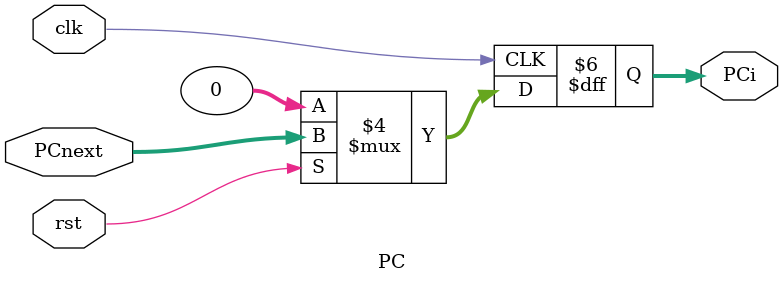
<source format=v>
`timescale 1ns / 1ps


module PC(
    PCi, PCnext, rst, clk
    );
    input[31:0] PCnext;
    input rst,clk;
    output reg[31:0]PCi;
    always @(posedge clk)
    if (rst==0)
    begin
        PCi<=32'b0;
    end 
    else 
    begin
        PCi<=PCnext;
    end
endmodule

</source>
